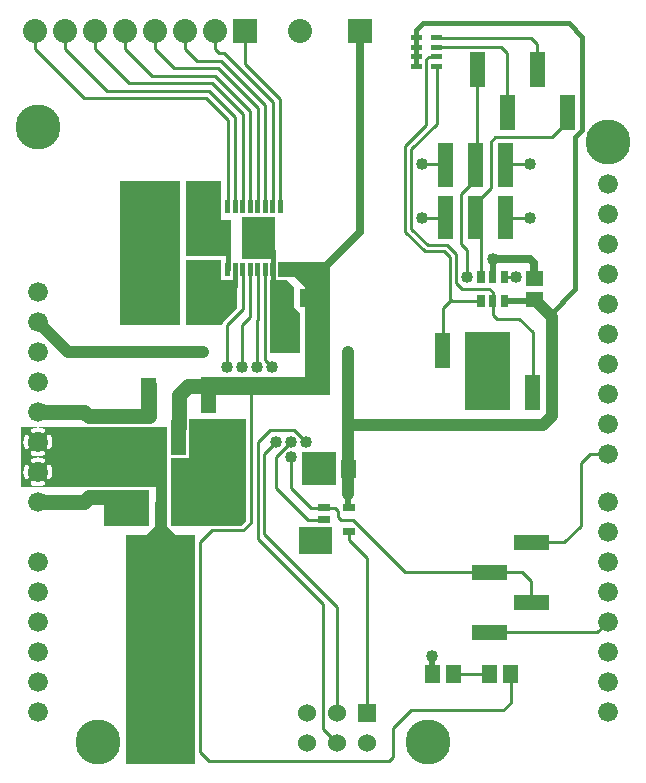
<source format=gbr>
G04 start of page 2 for group 0 idx 0 *
G04 Title: (unknown), component *
G04 Creator: pcb 20140316 *
G04 CreationDate: Sun 31 Mar 2019 02:17:39 PM GMT UTC *
G04 For: railfan *
G04 Format: Gerber/RS-274X *
G04 PCB-Dimensions (mil): 2100.00 2700.00 *
G04 PCB-Coordinate-Origin: lower left *
%MOIN*%
%FSLAX25Y25*%
%LNTOP*%
%ADD34C,0.0480*%
%ADD33C,0.1285*%
%ADD32C,0.0380*%
%ADD31R,0.0240X0.0240*%
%ADD30R,0.0150X0.0150*%
%ADD29R,0.0165X0.0165*%
%ADD28R,0.0490X0.0490*%
%ADD27R,0.0945X0.0945*%
%ADD26R,0.0378X0.0378*%
%ADD25R,0.0512X0.0512*%
%ADD24R,0.0167X0.0167*%
%ADD23R,0.0500X0.0500*%
%ADD22C,0.0800*%
%ADD21C,0.0600*%
%ADD20C,0.1500*%
%ADD19C,0.0660*%
%ADD18C,0.0150*%
%ADD17C,0.0250*%
%ADD16C,0.0350*%
%ADD15C,0.0400*%
%ADD14C,0.0500*%
%ADD13C,0.0200*%
%ADD12C,0.0100*%
%ADD11C,0.0001*%
G54D11*G36*
X99000Y125500D02*Y170000D01*
X107500D01*
Y125500D01*
X99000D01*
G37*
G36*
X152500Y120500D02*Y146500D01*
X167500D01*
Y120500D01*
X152500D01*
G37*
G36*
X13876Y115000D02*X26863D01*
X27000Y114989D01*
X27137Y115000D01*
X31707D01*
X31738Y114987D01*
X31891Y114950D01*
X32048Y114941D01*
X38109Y114950D01*
X38262Y114987D01*
X38293Y115000D01*
X46863D01*
X47000Y114989D01*
X47137Y115000D01*
X53000D01*
Y95000D01*
X13876D01*
Y97635D01*
X13978Y97666D01*
X14085Y97717D01*
X14182Y97784D01*
X14267Y97866D01*
X14339Y97960D01*
X14392Y98065D01*
X14557Y98476D01*
X14678Y98902D01*
X14759Y99337D01*
X14800Y99778D01*
Y100222D01*
X14759Y100663D01*
X14678Y101098D01*
X14557Y101524D01*
X14397Y101937D01*
X14342Y102042D01*
X14270Y102137D01*
X14184Y102219D01*
X14087Y102286D01*
X13980Y102338D01*
X13876Y102369D01*
Y107635D01*
X13978Y107666D01*
X14085Y107717D01*
X14182Y107784D01*
X14267Y107866D01*
X14339Y107960D01*
X14392Y108065D01*
X14557Y108476D01*
X14678Y108902D01*
X14759Y109337D01*
X14800Y109778D01*
Y110222D01*
X14759Y110663D01*
X14678Y111098D01*
X14557Y111524D01*
X14397Y111937D01*
X14342Y112042D01*
X14270Y112137D01*
X14184Y112219D01*
X14087Y112286D01*
X13980Y112338D01*
X13876Y112369D01*
Y115000D01*
G37*
G36*
X10002D02*X13876D01*
Y112369D01*
X13866Y112372D01*
X13749Y112388D01*
X13630Y112385D01*
X13513Y112364D01*
X13401Y112325D01*
X13297Y112268D01*
X13203Y112197D01*
X13121Y112111D01*
X13053Y112013D01*
X13002Y111907D01*
X12967Y111793D01*
X12952Y111675D01*
X12954Y111557D01*
X12975Y111440D01*
X13017Y111329D01*
X13130Y111047D01*
X13213Y110754D01*
X13268Y110455D01*
X13296Y110152D01*
Y109848D01*
X13268Y109545D01*
X13213Y109246D01*
X13130Y108953D01*
X13020Y108669D01*
X12979Y108559D01*
X12958Y108443D01*
X12955Y108325D01*
X12971Y108208D01*
X13005Y108095D01*
X13056Y107988D01*
X13123Y107891D01*
X13205Y107806D01*
X13299Y107734D01*
X13403Y107679D01*
X13514Y107640D01*
X13630Y107618D01*
X13748Y107616D01*
X13865Y107632D01*
X13876Y107635D01*
Y102369D01*
X13866Y102372D01*
X13749Y102388D01*
X13630Y102385D01*
X13513Y102364D01*
X13401Y102325D01*
X13297Y102268D01*
X13203Y102197D01*
X13121Y102111D01*
X13053Y102013D01*
X13002Y101907D01*
X12967Y101793D01*
X12952Y101675D01*
X12954Y101557D01*
X12975Y101440D01*
X13017Y101329D01*
X13130Y101047D01*
X13213Y100754D01*
X13268Y100455D01*
X13296Y100152D01*
Y99848D01*
X13268Y99545D01*
X13213Y99246D01*
X13130Y98953D01*
X13020Y98669D01*
X12979Y98559D01*
X12958Y98443D01*
X12955Y98325D01*
X12971Y98208D01*
X13005Y98095D01*
X13056Y97988D01*
X13123Y97891D01*
X13205Y97806D01*
X13299Y97734D01*
X13403Y97679D01*
X13514Y97640D01*
X13630Y97618D01*
X13748Y97616D01*
X13865Y97632D01*
X13876Y97635D01*
Y95000D01*
X10002D01*
Y95200D01*
X10222D01*
X10663Y95241D01*
X11098Y95322D01*
X11524Y95443D01*
X11937Y95603D01*
X12042Y95658D01*
X12137Y95730D01*
X12219Y95816D01*
X12286Y95913D01*
X12338Y96020D01*
X12372Y96134D01*
X12388Y96251D01*
X12385Y96370D01*
X12364Y96487D01*
X12325Y96599D01*
X12268Y96703D01*
X12197Y96797D01*
X12111Y96879D01*
X12013Y96947D01*
X11907Y96998D01*
X11793Y97033D01*
X11675Y97048D01*
X11557Y97046D01*
X11440Y97025D01*
X11329Y96983D01*
X11047Y96870D01*
X10754Y96787D01*
X10455Y96732D01*
X10152Y96704D01*
X10002D01*
Y103296D01*
X10152D01*
X10455Y103268D01*
X10754Y103213D01*
X11047Y103130D01*
X11331Y103020D01*
X11441Y102979D01*
X11557Y102958D01*
X11675Y102955D01*
X11792Y102971D01*
X11905Y103005D01*
X12012Y103056D01*
X12109Y103123D01*
X12194Y103205D01*
X12266Y103299D01*
X12321Y103403D01*
X12360Y103514D01*
X12382Y103630D01*
X12384Y103748D01*
X12368Y103865D01*
X12334Y103978D01*
X12283Y104085D01*
X12216Y104182D01*
X12134Y104267D01*
X12040Y104339D01*
X11935Y104392D01*
X11524Y104557D01*
X11098Y104678D01*
X10663Y104759D01*
X10222Y104800D01*
X10002D01*
Y105200D01*
X10222D01*
X10663Y105241D01*
X11098Y105322D01*
X11524Y105443D01*
X11937Y105603D01*
X12042Y105658D01*
X12137Y105730D01*
X12219Y105816D01*
X12286Y105913D01*
X12338Y106020D01*
X12372Y106134D01*
X12388Y106251D01*
X12385Y106370D01*
X12364Y106487D01*
X12325Y106599D01*
X12268Y106703D01*
X12197Y106797D01*
X12111Y106879D01*
X12013Y106947D01*
X11907Y106998D01*
X11793Y107033D01*
X11675Y107048D01*
X11557Y107046D01*
X11440Y107025D01*
X11329Y106983D01*
X11047Y106870D01*
X10754Y106787D01*
X10455Y106732D01*
X10152Y106704D01*
X10002D01*
Y113296D01*
X10152D01*
X10455Y113268D01*
X10754Y113213D01*
X11047Y113130D01*
X11331Y113020D01*
X11441Y112979D01*
X11557Y112958D01*
X11675Y112955D01*
X11792Y112971D01*
X11905Y113005D01*
X12012Y113056D01*
X12109Y113123D01*
X12194Y113205D01*
X12266Y113299D01*
X12321Y113403D01*
X12360Y113514D01*
X12382Y113630D01*
X12384Y113748D01*
X12368Y113865D01*
X12334Y113978D01*
X12283Y114085D01*
X12216Y114182D01*
X12134Y114267D01*
X12040Y114339D01*
X11935Y114392D01*
X11524Y114557D01*
X11098Y114678D01*
X10663Y114759D01*
X10222Y114800D01*
X10002D01*
Y115000D01*
G37*
G36*
X6124D02*X10002D01*
Y114800D01*
X9778D01*
X9337Y114759D01*
X8902Y114678D01*
X8476Y114557D01*
X8063Y114397D01*
X7958Y114342D01*
X7863Y114270D01*
X7781Y114184D01*
X7714Y114087D01*
X7662Y113980D01*
X7628Y113866D01*
X7612Y113749D01*
X7615Y113630D01*
X7636Y113513D01*
X7675Y113401D01*
X7732Y113297D01*
X7803Y113203D01*
X7889Y113121D01*
X7987Y113053D01*
X8093Y113002D01*
X8207Y112967D01*
X8325Y112952D01*
X8443Y112954D01*
X8560Y112975D01*
X8671Y113017D01*
X8953Y113130D01*
X9246Y113213D01*
X9545Y113268D01*
X9848Y113296D01*
X10002D01*
Y106704D01*
X9848D01*
X9545Y106732D01*
X9246Y106787D01*
X8953Y106870D01*
X8669Y106980D01*
X8559Y107021D01*
X8443Y107042D01*
X8325Y107045D01*
X8208Y107029D01*
X8095Y106995D01*
X7988Y106944D01*
X7891Y106877D01*
X7806Y106795D01*
X7734Y106701D01*
X7679Y106597D01*
X7640Y106486D01*
X7618Y106370D01*
X7616Y106252D01*
X7632Y106135D01*
X7666Y106022D01*
X7717Y105915D01*
X7784Y105818D01*
X7866Y105733D01*
X7960Y105661D01*
X8065Y105608D01*
X8476Y105443D01*
X8902Y105322D01*
X9337Y105241D01*
X9778Y105200D01*
X10002D01*
Y104800D01*
X9778D01*
X9337Y104759D01*
X8902Y104678D01*
X8476Y104557D01*
X8063Y104397D01*
X7958Y104342D01*
X7863Y104270D01*
X7781Y104184D01*
X7714Y104087D01*
X7662Y103980D01*
X7628Y103866D01*
X7612Y103749D01*
X7615Y103630D01*
X7636Y103513D01*
X7675Y103401D01*
X7732Y103297D01*
X7803Y103203D01*
X7889Y103121D01*
X7987Y103053D01*
X8093Y103002D01*
X8207Y102967D01*
X8325Y102952D01*
X8443Y102954D01*
X8560Y102975D01*
X8671Y103017D01*
X8953Y103130D01*
X9246Y103213D01*
X9545Y103268D01*
X9848Y103296D01*
X10002D01*
Y96704D01*
X9848D01*
X9545Y96732D01*
X9246Y96787D01*
X8953Y96870D01*
X8669Y96980D01*
X8559Y97021D01*
X8443Y97042D01*
X8325Y97045D01*
X8208Y97029D01*
X8095Y96995D01*
X7988Y96944D01*
X7891Y96877D01*
X7806Y96795D01*
X7734Y96701D01*
X7679Y96597D01*
X7640Y96486D01*
X7618Y96370D01*
X7616Y96252D01*
X7632Y96135D01*
X7666Y96022D01*
X7717Y95915D01*
X7784Y95818D01*
X7866Y95733D01*
X7960Y95661D01*
X8065Y95608D01*
X8476Y95443D01*
X8902Y95322D01*
X9337Y95241D01*
X9778Y95200D01*
X10002D01*
Y95000D01*
X6124D01*
Y97631D01*
X6134Y97628D01*
X6251Y97612D01*
X6370Y97615D01*
X6487Y97636D01*
X6599Y97675D01*
X6703Y97732D01*
X6797Y97803D01*
X6879Y97889D01*
X6947Y97987D01*
X6998Y98093D01*
X7033Y98207D01*
X7048Y98325D01*
X7046Y98443D01*
X7025Y98560D01*
X6983Y98671D01*
X6870Y98953D01*
X6787Y99246D01*
X6732Y99545D01*
X6704Y99848D01*
Y100152D01*
X6732Y100455D01*
X6787Y100754D01*
X6870Y101047D01*
X6980Y101331D01*
X7021Y101441D01*
X7042Y101557D01*
X7045Y101675D01*
X7029Y101792D01*
X6995Y101905D01*
X6944Y102012D01*
X6877Y102109D01*
X6795Y102194D01*
X6701Y102266D01*
X6597Y102321D01*
X6486Y102360D01*
X6370Y102382D01*
X6252Y102384D01*
X6135Y102368D01*
X6124Y102365D01*
Y107631D01*
X6134Y107628D01*
X6251Y107612D01*
X6370Y107615D01*
X6487Y107636D01*
X6599Y107675D01*
X6703Y107732D01*
X6797Y107803D01*
X6879Y107889D01*
X6947Y107987D01*
X6998Y108093D01*
X7033Y108207D01*
X7048Y108325D01*
X7046Y108443D01*
X7025Y108560D01*
X6983Y108671D01*
X6870Y108953D01*
X6787Y109246D01*
X6732Y109545D01*
X6704Y109848D01*
Y110152D01*
X6732Y110455D01*
X6787Y110754D01*
X6870Y111047D01*
X6980Y111331D01*
X7021Y111441D01*
X7042Y111557D01*
X7045Y111675D01*
X7029Y111792D01*
X6995Y111905D01*
X6944Y112012D01*
X6877Y112109D01*
X6795Y112194D01*
X6701Y112266D01*
X6597Y112321D01*
X6486Y112360D01*
X6370Y112382D01*
X6252Y112384D01*
X6135Y112368D01*
X6124Y112365D01*
Y115000D01*
G37*
G36*
X4500D02*X6124D01*
Y112365D01*
X6022Y112334D01*
X5915Y112283D01*
X5818Y112216D01*
X5733Y112134D01*
X5661Y112040D01*
X5608Y111935D01*
X5443Y111524D01*
X5322Y111098D01*
X5241Y110663D01*
X5200Y110222D01*
Y109778D01*
X5241Y109337D01*
X5322Y108902D01*
X5443Y108476D01*
X5603Y108063D01*
X5658Y107958D01*
X5730Y107863D01*
X5816Y107781D01*
X5913Y107714D01*
X6020Y107662D01*
X6124Y107631D01*
Y102365D01*
X6022Y102334D01*
X5915Y102283D01*
X5818Y102216D01*
X5733Y102134D01*
X5661Y102040D01*
X5608Y101935D01*
X5443Y101524D01*
X5322Y101098D01*
X5241Y100663D01*
X5200Y100222D01*
Y99778D01*
X5241Y99337D01*
X5322Y98902D01*
X5443Y98476D01*
X5603Y98063D01*
X5658Y97958D01*
X5730Y97863D01*
X5816Y97781D01*
X5913Y97714D01*
X6020Y97662D01*
X6124Y97631D01*
Y95000D01*
X4500D01*
Y115000D01*
G37*
G36*
X32000Y94000D02*X47000D01*
Y82000D01*
X32000D01*
Y94000D01*
G37*
G36*
X60500Y117500D02*X79500D01*
Y83621D01*
X77879Y82000D01*
X68059D01*
X68000Y82005D01*
X67941Y82000D01*
X54500D01*
Y104587D01*
X59657Y104596D01*
X59810Y104633D01*
X59955Y104693D01*
X60090Y104776D01*
X60209Y104878D01*
X60312Y104997D01*
X60394Y105132D01*
X60454Y105277D01*
X60491Y105430D01*
X60500Y105587D01*
X60493Y114792D01*
X60500Y114914D01*
Y117500D01*
G37*
G36*
X57500Y197000D02*Y149000D01*
X37500D01*
Y197000D01*
X57500D01*
G37*
G36*
X59500Y164000D02*X76500D01*
Y154621D01*
X71981Y150102D01*
X71936Y150064D01*
X71783Y149884D01*
X71659Y149683D01*
X71569Y149465D01*
X71514Y149235D01*
X71514Y149235D01*
X71495Y149000D01*
X59500D01*
Y164000D01*
G37*
G36*
Y170500D02*X71000D01*
Y161000D01*
X59500D01*
Y170500D01*
G37*
G36*
Y197000D02*X71000D01*
Y172000D01*
X59500D01*
Y197000D01*
G37*
G36*
Y172000D02*Y184000D01*
X74500D01*
Y172000D01*
X59500D01*
G37*
G36*
X39500Y79000D02*X62500D01*
Y76559D01*
X62495Y76500D01*
X62500Y76441D01*
Y6559D01*
X62495Y6500D01*
X62500Y6441D01*
Y2500D01*
X39500D01*
Y79000D01*
G37*
G36*
X95500Y155000D02*X97500Y153000D01*
Y139500D01*
X94500D01*
Y155000D01*
X95500D01*
G37*
G36*
X103000Y125500D02*X64500D01*
Y131500D01*
X103000D01*
Y125500D01*
G37*
G36*
X87500Y164000D02*X93000D01*
X95500Y161500D01*
Y139500D01*
X87500D01*
Y164000D01*
G37*
G36*
X90043Y170000D02*X107500D01*
Y165000D01*
X90043D01*
X90066Y165093D01*
X90075Y165250D01*
X90066Y169907D01*
X90043Y170000D01*
G37*
G36*
X99000Y161500D02*X94500Y166000D01*
X100000D01*
Y161500D01*
X99000D01*
G37*
G36*
X108000Y81500D02*Y72500D01*
X97000D01*
Y81500D01*
X108000D01*
G37*
G36*
X98000Y106500D02*X109500D01*
Y95500D01*
X98000D01*
Y106500D01*
G37*
G36*
X89000Y171000D02*X78000D01*
Y185000D01*
X89000D01*
Y171000D01*
G37*
G54D12*X171500Y66500D02*X174500Y63500D01*
Y56500D01*
X160414Y46500D02*X196500D01*
X200000Y50000D01*
X160457Y32500D02*X148543D01*
X174586Y76500D02*X185500D01*
X191000Y82000D01*
Y103000D01*
X194000Y106000D01*
X200000D01*
X167543Y32500D02*Y23043D01*
X165000Y20500D01*
X134500D01*
X128500Y14500D01*
Y5000D01*
X127000Y3500D01*
G54D13*X141457Y32500D02*Y38457D01*
X141500Y38500D01*
G54D12*X171500Y66500D02*X132500D01*
X127000Y3500D02*X67000D01*
X64000Y6500D01*
X109803Y19449D02*Y55000D01*
Y9449D02*X105000Y14252D01*
X64000Y6500D02*Y76500D01*
X105000Y14252D02*Y56000D01*
X64000Y76500D02*X68000Y80500D01*
X78500D01*
X81000Y83000D01*
X85500Y79303D02*Y106000D01*
X83500Y77500D02*Y110000D01*
X109803Y55000D02*X85500Y79303D01*
X105000Y56000D02*X83500Y77500D01*
X85500Y106000D02*X89500Y110000D01*
X94500D02*X89500Y105000D01*
Y94500D01*
X99900Y84100D01*
X94500Y105000D02*Y94500D01*
X101000Y88000D01*
X99900Y84100D02*X105500D01*
X109000Y88000D02*X101000D01*
X132500Y66500D02*X115000Y84000D01*
X119803Y19449D02*Y71197D01*
X109000Y88000D02*X110000Y87000D01*
Y85000D01*
X111000Y84000D01*
X115000D02*X111000D01*
X119803Y71197D02*X113700Y77300D01*
Y80200D01*
G54D13*X113500Y92500D02*Y88000D01*
G54D14*X10000Y120000D02*X25500D01*
X27000Y118500D01*
X47000D01*
G54D12*X73000Y149000D02*Y135000D01*
X78250Y154250D02*X73000Y149000D01*
X78000D02*Y135000D01*
G54D14*X47000Y118500D02*Y129086D01*
X57000Y114914D02*Y125500D01*
X60000Y128500D01*
X67000D01*
G54D15*X20000Y140000D02*X10000Y150000D01*
G54D12*X81000Y83000D02*Y129000D01*
G54D15*X65000Y140000D02*X20000D01*
G54D16*X51000Y86084D02*Y96000D01*
G54D14*X25500Y90000D02*X10000D01*
X35000Y91457D02*X26957D01*
X25500Y90000D01*
G54D12*X66000Y224500D02*X25500D01*
X67000Y227000D02*X33000D01*
X25500Y224500D02*X9000Y241000D01*
X33000Y227000D02*X19000Y241000D01*
X40500Y229500D02*X29000Y241000D01*
X48000Y232000D02*X39000Y241000D01*
X9000D02*Y247000D01*
X19000Y241000D02*Y247000D01*
X29000Y241000D02*Y247000D01*
X39000Y241000D02*Y247000D01*
X70000Y234500D02*X55500D01*
X71000Y237000D02*X63000D01*
X59000Y241000D01*
X70500Y239500D02*X69000Y241000D01*
Y247000D01*
X79000Y236000D02*Y247000D01*
X55500Y234500D02*X49000Y241000D01*
Y247000D01*
X59000Y241000D02*Y247000D01*
X165500Y165000D02*X169500D01*
G54D17*X161600Y171000D02*X174000D01*
X175500Y169500D01*
Y164543D01*
G54D13*X161600Y165000D02*Y171000D01*
G54D12*Y156800D02*Y152400D01*
X163000Y151000D01*
X153000Y174000D02*Y165000D01*
X161600Y157400D02*Y159900D01*
X160500Y161000D01*
G54D13*X165500Y156800D02*X175500D01*
G54D12*X157700D02*X147300D01*
X145000Y154500D01*
X157700Y156800D02*X148300D01*
X147500Y157600D01*
X160500Y161000D02*X151500D01*
X149500Y163000D01*
X147500Y157600D02*Y171500D01*
X149500Y163000D02*Y172500D01*
X147500Y171500D02*X145500Y173500D01*
X149500Y172500D02*X146500Y175500D01*
X145000Y154500D02*Y140586D01*
G54D18*X75750Y167500D02*Y162000D01*
X73250Y167500D02*Y175500D01*
X88250Y162000D02*Y173500D01*
G54D12*X78250Y167500D02*Y154250D01*
X85750Y137250D02*X88000Y135000D01*
X83500Y110000D02*X87500Y114000D01*
X95500D01*
X99500Y110000D01*
G54D15*X113500Y140000D02*Y92500D01*
G54D12*X85750Y167500D02*Y137250D01*
X83250Y167500D02*Y150750D01*
X83000Y150500D01*
Y135000D01*
G54D17*X104500Y167000D02*X117500Y180000D01*
G54D12*X80750Y167500D02*Y151750D01*
X78000Y149000D01*
X151000Y176000D02*Y192500D01*
Y176000D02*X153000Y174000D01*
X157700Y165000D02*Y184760D01*
X156000Y189500D02*X161000Y194500D01*
Y210000D01*
X174000Y202500D02*X166000D01*
X174000Y184500D02*X166000D01*
G54D18*X189000Y160871D02*Y211500D01*
G54D12*X138000Y202500D02*X146000D01*
X138000Y184500D02*X146000D01*
X151000Y192500D02*X156000Y197500D01*
X145500Y173500D02*X139000D01*
X146500Y175500D02*X140000D01*
X134500Y181000D01*
X132500Y208500D02*Y180000D01*
X139000Y173500D02*X132500Y180000D01*
X175000Y146500D02*X170500Y151000D01*
X163000D01*
X161600Y156800D02*Y153900D01*
G54D18*X189000Y160871D02*X180543Y152414D01*
G54D15*X175500Y157457D02*X181500Y151457D01*
Y118500D02*Y151457D01*
G54D12*X175000Y146500D02*Y126414D01*
G54D15*X181500Y118500D02*X178500Y115500D01*
X113500D01*
G54D12*X73250Y188500D02*Y217250D01*
X75750Y188500D02*Y218250D01*
X78250Y188500D02*Y219250D01*
X80750Y188500D02*Y220250D01*
X83250Y188500D02*Y221250D01*
X78250Y219250D02*X68000Y229500D01*
X80750Y220250D02*X69000Y232000D01*
X73250Y217250D02*X66000Y224500D01*
X75750Y218250D02*X67000Y227000D01*
X83250Y221250D02*X70000Y234500D01*
X85750Y188500D02*Y222250D01*
X88250Y188500D02*Y223250D01*
X90750Y188500D02*Y224250D01*
X85750Y222250D02*X71000Y237000D01*
X88250Y223250D02*X72000Y239500D01*
X70500D01*
X90750Y224250D02*X79000Y236000D01*
X68000Y229500D02*X40500D01*
X69000Y232000D02*X48000D01*
G54D17*X117500Y180000D02*Y247000D01*
G54D12*X156500Y234086D02*Y202240D01*
X134500Y181000D02*Y207500D01*
X143000Y216000D01*
X139500Y215500D02*X132500Y208500D01*
G54D18*X136152Y235276D02*Y247152D01*
G54D12*X161000Y210000D02*X162500Y211500D01*
G54D18*X136152Y247152D02*X138500Y249500D01*
G54D12*X142848Y241575D02*X164425D01*
X166500Y239500D01*
X142848Y244724D02*X174276D01*
G54D18*X138500Y249500D02*X187000D01*
X191500Y245000D02*X187000Y249500D01*
G54D12*X174276Y244724D02*X176500Y242500D01*
Y234086D01*
X162500Y211500D02*X181500D01*
X186500Y216500D01*
G54D18*X189000Y211500D02*X191500Y214000D01*
Y245000D01*
G54D12*X166500Y239500D02*Y219914D01*
X142848Y238425D02*X140425D01*
X139500Y237500D01*
X143000Y216000D02*Y235276D01*
X139500Y237500D02*Y215500D01*
G54D19*X200000Y20000D03*
Y30000D03*
Y40000D03*
Y50000D03*
Y60000D03*
Y70000D03*
G54D20*X140000Y10000D03*
G54D21*X119803Y9449D03*
X109803D03*
X99803D03*
G54D11*G36*
X116803Y22449D02*Y16449D01*
X122803D01*
Y22449D01*
X116803D01*
G37*
G54D21*X109803Y19449D03*
X99803D03*
G54D19*X10000Y130000D03*
Y120000D03*
Y110000D03*
Y100000D03*
Y90000D03*
Y70000D03*
Y60000D03*
Y50000D03*
Y40000D03*
Y30000D03*
Y20000D03*
G54D20*X30000Y10000D03*
G54D19*X200000Y80000D03*
Y90000D03*
Y106000D03*
Y116000D03*
Y126000D03*
Y136000D03*
Y146000D03*
Y156000D03*
Y166000D03*
Y176000D03*
Y186000D03*
Y196000D03*
G54D20*Y210000D03*
G54D19*X10000Y160000D03*
Y150000D03*
Y140000D03*
G54D20*Y215000D03*
G54D22*X59000Y247000D03*
X49000D03*
X39000D03*
X29000D03*
X19000D03*
X9000D03*
G54D11*G36*
X113500Y251000D02*Y243000D01*
X121500D01*
Y251000D01*
X113500D01*
G37*
G36*
X75000D02*Y243000D01*
X83000D01*
Y251000D01*
X75000D01*
G37*
G54D22*X69000Y247000D03*
X97500D03*
G54D23*X156500Y237413D02*Y230760D01*
X186500Y223240D02*Y216587D01*
X176500Y237413D02*Y230760D01*
X166500Y223240D02*Y216587D01*
G54D24*X135217Y244724D02*X137087D01*
X135217Y241575D02*X137087D01*
X135217Y238425D02*X137087D01*
X135217Y235276D02*X137087D01*
X141913D02*X143783D01*
X141913Y238425D02*X143783D01*
X141913Y241575D02*X143783D01*
X141913Y244724D02*X143783D01*
G54D25*X57543Y98393D02*Y97607D01*
G54D26*X56906Y87984D02*Y83890D01*
G54D25*X50457Y98393D02*Y97607D01*
G54D26*X51000Y87984D02*Y76174D01*
G54D27*Y74440D02*Y72550D01*
G54D11*G36*
X52885Y82005D02*X55725Y79165D01*
X54305Y77745D01*
X51465Y80585D01*
X52885Y82005D01*
G37*
G36*
X46275Y79165D02*X49115Y82005D01*
X50535Y80585D01*
X47695Y77745D01*
X46275Y79165D01*
G37*
G54D26*X45094Y87984D02*Y83890D01*
G54D25*X34607Y98543D02*X35393D01*
X34607Y91457D02*X35393D01*
X34607Y111414D02*X35393D01*
X34607Y118500D02*X35393D01*
G54D23*X47000Y128913D02*Y122260D01*
X57000Y114740D02*Y108087D01*
X77000Y114740D02*Y108087D01*
X67000Y128913D02*Y122260D01*
G54D25*X62043Y178893D02*Y178107D01*
X54957Y178893D02*Y178107D01*
G54D28*X63500Y194300D02*Y190700D01*
X53500Y194300D02*Y190700D01*
G54D25*X62043Y167893D02*Y167107D01*
X54957Y167893D02*Y167107D01*
G54D28*X53500Y155300D02*Y151700D01*
G54D29*X78250Y189925D02*Y187075D01*
X75750Y189925D02*Y187075D01*
X73250Y189925D02*Y187075D01*
G54D30*X78250Y189000D02*Y188000D01*
X75750Y189000D02*Y188000D01*
X73250Y189000D02*Y188000D01*
G54D29*X85750Y189925D02*Y187075D01*
X83250Y189925D02*Y187075D01*
X80750Y189925D02*Y187075D01*
G54D30*X85750Y189000D02*Y188000D01*
X83250Y189000D02*Y188000D01*
X80750Y189000D02*Y188000D01*
X73250Y168000D02*Y167000D01*
X75750Y168000D02*Y167000D01*
X78250Y168000D02*Y167000D01*
X80750Y168000D02*Y167000D01*
X83250Y168000D02*Y167000D01*
X85750Y168000D02*Y167000D01*
G54D28*X63500Y155300D02*Y151700D01*
G54D29*X90750Y189925D02*Y187075D01*
G54D30*Y189000D02*Y188000D01*
G54D29*X88250Y189925D02*Y187075D01*
G54D30*Y189000D02*Y188000D01*
G54D29*X73250Y168925D02*Y166075D01*
X75750Y168925D02*Y166075D01*
X78250Y168925D02*Y166075D01*
X80750Y168925D02*Y166075D01*
X83250Y168925D02*Y166075D01*
X85750Y168925D02*Y166075D01*
X88250Y168925D02*Y166075D01*
G54D30*Y168000D02*Y167000D01*
G54D29*X90750Y168925D02*Y166075D01*
G54D30*Y168000D02*Y167000D01*
G54D31*X112900Y80200D02*X114500D01*
X112900Y88000D02*X114500D01*
X104700D02*X106300D01*
X104700Y84100D02*X106300D01*
X104700Y80200D02*X106300D01*
G54D25*X113543Y101393D02*Y100607D01*
X106457Y101393D02*Y100607D01*
G54D23*X175000Y129740D02*Y123087D01*
X165000Y143913D02*Y137260D01*
X155000Y129740D02*Y123087D01*
G54D25*X175107Y164543D02*X175893D01*
G54D23*X171260Y56500D02*X177913D01*
X171260Y76500D02*X177913D01*
G54D25*X160457Y32893D02*Y32107D01*
X167543Y32893D02*Y32107D01*
X141457Y32893D02*Y32107D01*
X148543Y32893D02*Y32107D01*
G54D28*X101500Y145800D02*Y142200D01*
X91500Y145800D02*Y142200D01*
G54D25*X100043Y158393D02*Y157607D01*
X92957Y158393D02*Y157607D01*
G54D23*X157087Y46500D02*X163740D01*
X157087Y66500D02*X163740D01*
X145000Y143913D02*Y137260D01*
X146000Y189504D02*Y180016D01*
Y206984D02*Y197496D01*
G54D31*X165500Y165800D02*Y164200D01*
X161600Y165800D02*Y164200D01*
X157700Y165800D02*Y164200D01*
Y157600D02*Y156000D01*
X161600Y157600D02*Y156000D01*
X165500Y157600D02*Y156000D01*
G54D25*X175107Y157457D02*X175893D01*
G54D23*X156000Y189504D02*Y180016D01*
X166000Y189504D02*Y180016D01*
Y206984D02*Y197496D01*
X156000Y206984D02*Y197496D01*
G54D15*X160000Y133500D03*
X169500Y165000D03*
X153000D03*
X161600Y171000D03*
X138000Y202500D03*
Y184500D03*
X141500Y38500D03*
X174000Y202500D03*
Y184500D03*
X42000Y111000D03*
Y105000D03*
Y99000D03*
X18000Y105000D03*
X23500D03*
X29000D03*
X42500Y70000D03*
X59500D03*
X73000Y135000D03*
X83000D03*
X90000Y152000D03*
X95000D03*
X88000Y135000D03*
X78000D03*
X65000Y140000D03*
X113500D03*
X55000Y185000D03*
Y173000D03*
Y161000D03*
X50000Y185000D03*
X45000D03*
X40000D03*
Y179000D03*
X50000Y173000D03*
X45000D03*
X40000D03*
X81000Y173500D03*
X86000D03*
X50000Y161000D03*
X45000D03*
X40000D03*
Y167000D03*
X81000Y182500D03*
X86000D03*
X81000Y178000D03*
X86000D03*
X54000Y63500D03*
X59500D03*
X48000D03*
Y5500D03*
Y10500D03*
Y15500D03*
X42500Y63500D03*
Y5500D03*
Y10500D03*
Y15500D03*
X54000Y5500D03*
X59500D03*
X54000Y10500D03*
X59500D03*
X54000Y15500D03*
X59500D03*
X94500Y110000D03*
X89500D03*
X99500D03*
X94500Y105000D03*
X101000Y98500D03*
Y103500D03*
X105000Y75500D03*
X100000D03*
G54D13*G54D32*G54D33*G54D32*G54D33*G54D32*G54D33*G54D32*G54D33*G54D34*M02*

</source>
